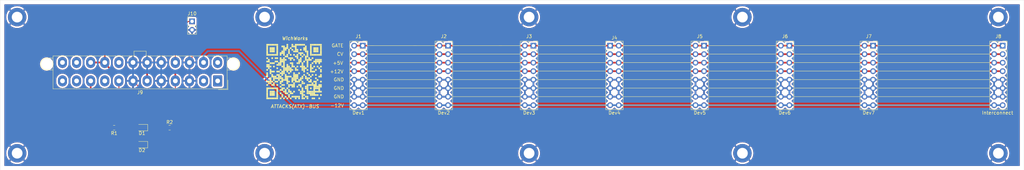
<source format=kicad_pcb>
(kicad_pcb (version 20171130) (host pcbnew 5.1.5+dfsg1-2build2)
  (layers (0 F.Cu signal) (31 B.Cu signal) (34 B.Paste user hide) (35 F.Paste user) (36 B.SilkS user) (37 F.SilkS user) (38 B.Mask user) (39 F.Mask user) (44 Edge.Cuts user))
  (net 0 "")
  (net 1 GND)
  (net 2 "Net-(D1-Pad2)")
  (net 3 +5V)
  (net 4 "Net-(D2-Pad1)")
  (net 5 "Net-(J1-Pad1)")
  (net 6 "Net-(J1-Pad3)")
  (net 7 +12V)
  (net 8 -12V)
  (net 9 "Net-(J9-Pad1)")
  (net 10 "Net-(J9-Pad2)")
  (net 11 "Net-(J9-Pad8)")
  (net 12 "Net-(J9-Pad9)")
  (net 13 "Net-(J9-Pad11)")
  (net 14 "Net-(J9-Pad12)")
  (net 15 "Net-(J9-Pad13)")
  (net 16 "Net-(J10-Pad1)")
  (net 17 "Net-(J9-Pad20)")
  (net 18 "Net-(J9-Pad23)")
  (net 19 "Net-(J9-Pad24)")
  (module eurorackBus:QRcode (layer F.Cu) (at 97.917 92.71)
    (fp_text reference QR***** hide)
    (fp_text value QRcode hide)
  )
  (module MountingHole:MountingHole_3.2mm_M3_ISO14580_Pad (layer F.Cu) (at 167.64 116.84)
    (fp_text reference " " (at 0 -3.75) (layer F.SilkS))
    (fp_text value " ")
    (pad 1 thru_hole circle (at 0 0) (size 5.499999 5.499999) (drill 3.200001) (layers *.Cu *.Mask) (net 1 GND))
  )
  (module MountingHole:MountingHole_3.2mm_M3_ISO14580_Pad (layer F.Cu) (at 167.64 76.2)
    (fp_text reference " " (at 0 -3.75) (layer F.SilkS))
    (fp_text value " ")
    (pad 1 thru_hole circle (at 0 0) (size 5.499999 5.499999) (drill 3.200001) (layers *.Cu *.Mask) (net 1 GND))
  )
  (module MountingHole:MountingHole_3.2mm_M3_ISO14580_Pad (layer F.Cu) (at 231.14 76.2)
    (fp_text reference " " (at 0 -3.75) (layer F.SilkS))
    (fp_text value " ")
    (pad 1 thru_hole circle (at 0 0) (size 5.499999 5.499999) (drill 3.200001) (layers *.Cu *.Mask) (net 1 GND))
  )
  (module MountingHole:MountingHole_3.2mm_M3_ISO14580_Pad (layer F.Cu) (at 231.14 116.84)
    (fp_text reference " " (at 0 -3.75) (layer F.SilkS))
    (fp_text value " ")
    (pad 1 thru_hole circle (at 0 0) (size 5.499999 5.499999) (drill 3.200001) (layers *.Cu *.Mask) (net 1 GND))
  )
  (module MountingHole:MountingHole_3.2mm_M3_ISO14580_Pad (layer F.Cu) (at 307.34 76.2)
    (fp_text reference " " (at 0 -3.75) (layer F.SilkS))
    (fp_text value " ")
    (pad 1 thru_hole circle (at 0 0) (size 5.499999 5.499999) (drill 3.200001) (layers *.Cu *.Mask) (net 1 GND))
  )
  (module MountingHole:MountingHole_3.2mm_M3_ISO14580_Pad (layer F.Cu) (at 307.34 116.84)
    (fp_text reference " " (at 0 -3.75) (layer F.SilkS))
    (fp_text value " ")
    (pad 1 thru_hole circle (at 0 0) (size 5.499999 5.499999) (drill 3.200001) (layers *.Cu *.Mask) (net 1 GND))
  )
  (module MountingHole:MountingHole_3.2mm_M3_ISO14580_Pad (layer F.Cu) (at 88.9 76.2)
    (fp_text reference " " (at 0 -3.75) (layer F.SilkS))
    (fp_text value " ")
    (pad 1 thru_hole circle (at 0 0) (size 5.499999 5.499999) (drill 3.200001) (layers *.Cu *.Mask) (net 1 GND))
  )
  (module MountingHole:MountingHole_3.2mm_M3_ISO14580_Pad (layer F.Cu) (at 88.9 116.84)
    (fp_text reference " " (at 0 -3.75) (layer F.SilkS))
    (fp_text value " ")
    (pad 1 thru_hole circle (at 0 0) (size 5.499999 5.499999) (drill 3.200001) (layers *.Cu *.Mask) (net 1 GND))
  )
  (module MountingHole:MountingHole_3.2mm_M3_ISO14580_Pad (layer F.Cu) (at 15.24 116.84)
    (fp_text reference " " (at 0 -3.75) (layer F.SilkS))
    (fp_text value " ")
    (pad 1 thru_hole circle (at 0 0) (size 5.499999 5.499999) (drill 3.200001) (layers *.Cu *.Mask) (net 1 GND))
  )
  (module MountingHole:MountingHole_3.2mm_M3_ISO14580_Pad (layer F.Cu) (at 15.24 76.2)
    (fp_text reference " " (at 0 -3.75) (layer F.SilkS))
    (fp_text value " ")
    (pad 1 thru_hole circle (at 0 0) (size 5.499999 5.499999) (drill 3.200001) (layers *.Cu *.Mask) (net 1 GND))
  )
  (module Connector_PinHeader_2.54mm:PinHeader_1x02_P2.54mm_Vertical (layer F.Cu) (at 67.31 77.47)
    (fp_text reference J10 (at 0 -2.33) (layer F.SilkS))
    (fp_text value PowerSwitch)
    (pad 1 thru_hole rect (at 0 0) (size 1.7 1.7) (drill 1) (layers *.Cu *.Mask) (net 16 "Net-(J10-Pad1)"))
    (pad 2 thru_hole oval (at 0 2.54) (size 1.7 1.7) (drill 1) (layers *.Cu *.Mask) (net 1 GND))
  )
  (module LED_SMD:LED_0805_2012Metric (layer F.Cu) (at 52.4025 109.22 180)
    (fp_text reference D1 (at 0 -1.65) (layer F.SilkS))
    (fp_text value PowerGood_LED)
    (pad 1 smd roundrect (at -0.9375 0 180) (size 0.975 1.4) (layers F.Cu F.Paste F.Mask) (net 1 GND))
    (pad 2 smd roundrect (at 0.9375 0 180) (size 0.975 1.4) (layers F.Cu F.Paste F.Mask) (net 2 "Net-(D1-Pad2)"))
  )
  (module LED_SMD:LED_0805_2012Metric (layer F.Cu) (at 52.4025 114.3 180)
    (fp_text reference D2 (at 0 -1.65) (layer F.SilkS))
    (fp_text value PowerON_LED)
    (pad 2 smd roundrect (at 0.9375 0 180) (size 0.975 1.4) (layers F.Cu F.Paste F.Mask) (net 3 +5V))
    (pad 1 smd roundrect (at -0.9375 0 180) (size 0.975 1.4) (layers F.Cu F.Paste F.Mask) (net 4 "Net-(D2-Pad1)"))
  )
  (module Connector_PinSocket_2.54mm:PinSocket_2x08_P2.54mm_Vertical (layer F.Cu) (at 118.11 84.725001)
    (fp_text reference J1 (at -1.27 -2.77) (layer F.SilkS))
    (fp_text value Device_1)
    (pad 1 thru_hole rect (at 0 0) (size 1.7 1.7) (drill 1) (layers *.Cu *.Mask) (net 5 "Net-(J1-Pad1)"))
    (pad 2 thru_hole oval (at -2.54 0) (size 1.7 1.7) (drill 1) (layers *.Cu *.Mask) (net 5 "Net-(J1-Pad1)"))
    (pad 3 thru_hole oval (at 0 2.54) (size 1.7 1.7) (drill 1) (layers *.Cu *.Mask) (net 6 "Net-(J1-Pad3)"))
    (pad 4 thru_hole oval (at -2.54 2.54) (size 1.7 1.7) (drill 1) (layers *.Cu *.Mask) (net 6 "Net-(J1-Pad3)"))
    (pad 5 thru_hole oval (at 0 5.08) (size 1.7 1.7) (drill 1) (layers *.Cu *.Mask) (net 3 +5V))
    (pad 6 thru_hole oval (at -2.54 5.08) (size 1.7 1.7) (drill 1) (layers *.Cu *.Mask) (net 3 +5V))
    (pad 7 thru_hole oval (at 0 7.62) (size 1.7 1.7) (drill 1) (layers *.Cu *.Mask) (net 7 +12V))
    (pad 8 thru_hole oval (at -2.54 7.62) (size 1.7 1.7) (drill 1) (layers *.Cu *.Mask) (net 7 +12V))
    (pad 9 thru_hole oval (at 0 10.16) (size 1.7 1.7) (drill 1) (layers *.Cu *.Mask) (net 1 GND))
    (pad 10 thru_hole oval (at -2.54 10.16) (size 1.7 1.7) (drill 1) (layers *.Cu *.Mask) (net 1 GND))
    (pad 11 thru_hole oval (at 0 12.7) (size 1.7 1.7) (drill 1) (layers *.Cu *.Mask) (net 1 GND))
    (pad 12 thru_hole oval (at -2.54 12.7) (size 1.7 1.7) (drill 1) (layers *.Cu *.Mask) (net 1 GND))
    (pad 13 thru_hole oval (at 0 15.24) (size 1.7 1.7) (drill 1) (layers *.Cu *.Mask) (net 1 GND))
    (pad 14 thru_hole oval (at -2.54 15.24) (size 1.7 1.7) (drill 1) (layers *.Cu *.Mask) (net 1 GND))
    (pad 15 thru_hole oval (at 0 17.78) (size 1.7 1.7) (drill 1) (layers *.Cu *.Mask) (net 8 -12V))
    (pad 16 thru_hole oval (at -2.54 17.78) (size 1.7 1.7) (drill 1) (layers *.Cu *.Mask) (net 8 -12V))
  )
  (module Connector_PinSocket_2.54mm:PinSocket_2x08_P2.54mm_Vertical (layer F.Cu) (at 143.51 84.725001)
    (fp_text reference J2 (at -1.27 -2.77) (layer F.SilkS))
    (fp_text value Device_2)
    (pad 16 thru_hole oval (at -2.54 17.78) (size 1.7 1.7) (drill 1) (layers *.Cu *.Mask) (net 8 -12V))
    (pad 15 thru_hole oval (at 0 17.78) (size 1.7 1.7) (drill 1) (layers *.Cu *.Mask) (net 8 -12V))
    (pad 14 thru_hole oval (at -2.54 15.24) (size 1.7 1.7) (drill 1) (layers *.Cu *.Mask) (net 1 GND))
    (pad 13 thru_hole oval (at 0 15.24) (size 1.7 1.7) (drill 1) (layers *.Cu *.Mask) (net 1 GND))
    (pad 12 thru_hole oval (at -2.54 12.7) (size 1.7 1.7) (drill 1) (layers *.Cu *.Mask) (net 1 GND))
    (pad 11 thru_hole oval (at 0 12.7) (size 1.7 1.7) (drill 1) (layers *.Cu *.Mask) (net 1 GND))
    (pad 10 thru_hole oval (at -2.54 10.16) (size 1.7 1.7) (drill 1) (layers *.Cu *.Mask) (net 1 GND))
    (pad 9 thru_hole oval (at 0 10.16) (size 1.7 1.7) (drill 1) (layers *.Cu *.Mask) (net 1 GND))
    (pad 8 thru_hole oval (at -2.54 7.62) (size 1.7 1.7) (drill 1) (layers *.Cu *.Mask) (net 7 +12V))
    (pad 7 thru_hole oval (at 0 7.62) (size 1.7 1.7) (drill 1) (layers *.Cu *.Mask) (net 7 +12V))
    (pad 6 thru_hole oval (at -2.54 5.08) (size 1.7 1.7) (drill 1) (layers *.Cu *.Mask) (net 3 +5V))
    (pad 5 thru_hole oval (at 0 5.08) (size 1.7 1.7) (drill 1) (layers *.Cu *.Mask) (net 3 +5V))
    (pad 4 thru_hole oval (at -2.54 2.54) (size 1.7 1.7) (drill 1) (layers *.Cu *.Mask) (net 6 "Net-(J1-Pad3)"))
    (pad 3 thru_hole oval (at 0 2.54) (size 1.7 1.7) (drill 1) (layers *.Cu *.Mask) (net 6 "Net-(J1-Pad3)"))
    (pad 2 thru_hole oval (at -2.54 0) (size 1.7 1.7) (drill 1) (layers *.Cu *.Mask) (net 5 "Net-(J1-Pad1)"))
    (pad 1 thru_hole rect (at 0 0) (size 1.7 1.7) (drill 1) (layers *.Cu *.Mask) (net 5 "Net-(J1-Pad1)"))
  )
  (module Connector_PinSocket_2.54mm:PinSocket_2x08_P2.54mm_Vertical (layer F.Cu) (at 168.91 84.725001)
    (fp_text reference J3 (at -1.27 -2.77) (layer F.SilkS))
    (fp_text value Device_3)
    (pad 1 thru_hole rect (at 0 0) (size 1.7 1.7) (drill 1) (layers *.Cu *.Mask) (net 5 "Net-(J1-Pad1)"))
    (pad 2 thru_hole oval (at -2.54 0) (size 1.7 1.7) (drill 1) (layers *.Cu *.Mask) (net 5 "Net-(J1-Pad1)"))
    (pad 3 thru_hole oval (at 0 2.54) (size 1.7 1.7) (drill 1) (layers *.Cu *.Mask) (net 6 "Net-(J1-Pad3)"))
    (pad 4 thru_hole oval (at -2.54 2.54) (size 1.7 1.7) (drill 1) (layers *.Cu *.Mask) (net 6 "Net-(J1-Pad3)"))
    (pad 5 thru_hole oval (at 0 5.08) (size 1.7 1.7) (drill 1) (layers *.Cu *.Mask) (net 3 +5V))
    (pad 6 thru_hole oval (at -2.54 5.08) (size 1.7 1.7) (drill 1) (layers *.Cu *.Mask) (net 3 +5V))
    (pad 7 thru_hole oval (at 0 7.62) (size 1.7 1.7) (drill 1) (layers *.Cu *.Mask) (net 7 +12V))
    (pad 8 thru_hole oval (at -2.54 7.62) (size 1.7 1.7) (drill 1) (layers *.Cu *.Mask) (net 7 +12V))
    (pad 9 thru_hole oval (at 0 10.16) (size 1.7 1.7) (drill 1) (layers *.Cu *.Mask) (net 1 GND))
    (pad 10 thru_hole oval (at -2.54 10.16) (size 1.7 1.7) (drill 1) (layers *.Cu *.Mask) (net 1 GND))
    (pad 11 thru_hole oval (at 0 12.7) (size 1.7 1.7) (drill 1) (layers *.Cu *.Mask) (net 1 GND))
    (pad 12 thru_hole oval (at -2.54 12.7) (size 1.7 1.7) (drill 1) (layers *.Cu *.Mask) (net 1 GND))
    (pad 13 thru_hole oval (at 0 15.24) (size 1.7 1.7) (drill 1) (layers *.Cu *.Mask) (net 1 GND))
    (pad 14 thru_hole oval (at -2.54 15.24) (size 1.7 1.7) (drill 1) (layers *.Cu *.Mask) (net 1 GND))
    (pad 15 thru_hole oval (at 0 17.78) (size 1.7 1.7) (drill 1) (layers *.Cu *.Mask) (net 8 -12V))
    (pad 16 thru_hole oval (at -2.54 17.78) (size 1.7 1.7) (drill 1) (layers *.Cu *.Mask) (net 8 -12V))
  )
  (module Connector_PinHeader_2.54mm:PinHeader_2x08_P2.54mm_Vertical (layer F.Cu) (at 191.77 84.725001)
    (fp_text reference J4 (at 1.27 -2.33) (layer F.SilkS))
    (fp_text value Device_4)
    (pad 1 thru_hole rect (at 0 0) (size 1.7 1.7) (drill 1) (layers *.Cu *.Mask) (net 5 "Net-(J1-Pad1)"))
    (pad 2 thru_hole oval (at 2.54 0) (size 1.7 1.7) (drill 1) (layers *.Cu *.Mask) (net 5 "Net-(J1-Pad1)"))
    (pad 3 thru_hole oval (at 0 2.54) (size 1.7 1.7) (drill 1) (layers *.Cu *.Mask) (net 6 "Net-(J1-Pad3)"))
    (pad 4 thru_hole oval (at 2.54 2.54) (size 1.7 1.7) (drill 1) (layers *.Cu *.Mask) (net 6 "Net-(J1-Pad3)"))
    (pad 5 thru_hole oval (at 0 5.08) (size 1.7 1.7) (drill 1) (layers *.Cu *.Mask) (net 3 +5V))
    (pad 6 thru_hole oval (at 2.54 5.08) (size 1.7 1.7) (drill 1) (layers *.Cu *.Mask) (net 3 +5V))
    (pad 7 thru_hole oval (at 0 7.62) (size 1.7 1.7) (drill 1) (layers *.Cu *.Mask) (net 7 +12V))
    (pad 8 thru_hole oval (at 2.54 7.62) (size 1.7 1.7) (drill 1) (layers *.Cu *.Mask) (net 7 +12V))
    (pad 9 thru_hole oval (at 0 10.16) (size 1.7 1.7) (drill 1) (layers *.Cu *.Mask) (net 1 GND))
    (pad 10 thru_hole oval (at 2.54 10.16) (size 1.7 1.7) (drill 1) (layers *.Cu *.Mask) (net 1 GND))
    (pad 11 thru_hole oval (at 0 12.7) (size 1.7 1.7) (drill 1) (layers *.Cu *.Mask) (net 1 GND))
    (pad 12 thru_hole oval (at 2.54 12.7) (size 1.7 1.7) (drill 1) (layers *.Cu *.Mask) (net 1 GND))
    (pad 13 thru_hole oval (at 0 15.24) (size 1.7 1.7) (drill 1) (layers *.Cu *.Mask) (net 1 GND))
    (pad 14 thru_hole oval (at 2.54 15.24) (size 1.7 1.7) (drill 1) (layers *.Cu *.Mask) (net 1 GND))
    (pad 15 thru_hole oval (at 0 17.78) (size 1.7 1.7) (drill 1) (layers *.Cu *.Mask) (net 8 -12V))
    (pad 16 thru_hole oval (at 2.54 17.78) (size 1.7 1.7) (drill 1) (layers *.Cu *.Mask) (net 8 -12V))
  )
  (module Connector_PinSocket_2.54mm:PinSocket_2x08_P2.54mm_Vertical (layer F.Cu) (at 219.71 84.725001)
    (fp_text reference J5 (at -1.27 -2.77) (layer F.SilkS))
    (fp_text value Device_5)
    (pad 16 thru_hole oval (at -2.54 17.78) (size 1.7 1.7) (drill 1) (layers *.Cu *.Mask) (net 8 -12V))
    (pad 15 thru_hole oval (at 0 17.78) (size 1.7 1.7) (drill 1) (layers *.Cu *.Mask) (net 8 -12V))
    (pad 14 thru_hole oval (at -2.54 15.24) (size 1.7 1.7) (drill 1) (layers *.Cu *.Mask) (net 1 GND))
    (pad 13 thru_hole oval (at 0 15.24) (size 1.7 1.7) (drill 1) (layers *.Cu *.Mask) (net 1 GND))
    (pad 12 thru_hole oval (at -2.54 12.7) (size 1.7 1.7) (drill 1) (layers *.Cu *.Mask) (net 1 GND))
    (pad 11 thru_hole oval (at 0 12.7) (size 1.7 1.7) (drill 1) (layers *.Cu *.Mask) (net 1 GND))
    (pad 10 thru_hole oval (at -2.54 10.16) (size 1.7 1.7) (drill 1) (layers *.Cu *.Mask) (net 1 GND))
    (pad 9 thru_hole oval (at 0 10.16) (size 1.7 1.7) (drill 1) (layers *.Cu *.Mask) (net 1 GND))
    (pad 8 thru_hole oval (at -2.54 7.62) (size 1.7 1.7) (drill 1) (layers *.Cu *.Mask) (net 7 +12V))
    (pad 7 thru_hole oval (at 0 7.62) (size 1.7 1.7) (drill 1) (layers *.Cu *.Mask) (net 7 +12V))
    (pad 6 thru_hole oval (at -2.54 5.08) (size 1.7 1.7) (drill 1) (layers *.Cu *.Mask) (net 3 +5V))
    (pad 5 thru_hole oval (at 0 5.08) (size 1.7 1.7) (drill 1) (layers *.Cu *.Mask) (net 3 +5V))
    (pad 4 thru_hole oval (at -2.54 2.54) (size 1.7 1.7) (drill 1) (layers *.Cu *.Mask) (net 6 "Net-(J1-Pad3)"))
    (pad 3 thru_hole oval (at 0 2.54) (size 1.7 1.7) (drill 1) (layers *.Cu *.Mask) (net 6 "Net-(J1-Pad3)"))
    (pad 2 thru_hole oval (at -2.54 0) (size 1.7 1.7) (drill 1) (layers *.Cu *.Mask) (net 5 "Net-(J1-Pad1)"))
    (pad 1 thru_hole rect (at 0 0) (size 1.7 1.7) (drill 1) (layers *.Cu *.Mask) (net 5 "Net-(J1-Pad1)"))
  )
  (module Connector_PinSocket_2.54mm:PinSocket_2x08_P2.54mm_Vertical (layer F.Cu) (at 245.11 84.725001)
    (fp_text reference J6 (at -1.27 -2.77) (layer F.SilkS))
    (fp_text value Device_6)
    (pad 1 thru_hole rect (at 0 0) (size 1.7 1.7) (drill 1) (layers *.Cu *.Mask) (net 5 "Net-(J1-Pad1)"))
    (pad 2 thru_hole oval (at -2.54 0) (size 1.7 1.7) (drill 1) (layers *.Cu *.Mask) (net 5 "Net-(J1-Pad1)"))
    (pad 3 thru_hole oval (at 0 2.54) (size 1.7 1.7) (drill 1) (layers *.Cu *.Mask) (net 6 "Net-(J1-Pad3)"))
    (pad 4 thru_hole oval (at -2.54 2.54) (size 1.7 1.7) (drill 1) (layers *.Cu *.Mask) (net 6 "Net-(J1-Pad3)"))
    (pad 5 thru_hole oval (at 0 5.08) (size 1.7 1.7) (drill 1) (layers *.Cu *.Mask) (net 3 +5V))
    (pad 6 thru_hole oval (at -2.54 5.08) (size 1.7 1.7) (drill 1) (layers *.Cu *.Mask) (net 3 +5V))
    (pad 7 thru_hole oval (at 0 7.62) (size 1.7 1.7) (drill 1) (layers *.Cu *.Mask) (net 7 +12V))
    (pad 8 thru_hole oval (at -2.54 7.62) (size 1.7 1.7) (drill 1) (layers *.Cu *.Mask) (net 7 +12V))
    (pad 9 thru_hole oval (at 0 10.16) (size 1.7 1.7) (drill 1) (layers *.Cu *.Mask) (net 1 GND))
    (pad 10 thru_hole oval (at -2.54 10.16) (size 1.7 1.7) (drill 1) (layers *.Cu *.Mask) (net 1 GND))
    (pad 11 thru_hole oval (at 0 12.7) (size 1.7 1.7) (drill 1) (layers *.Cu *.Mask) (net 1 GND))
    (pad 12 thru_hole oval (at -2.54 12.7) (size 1.7 1.7) (drill 1) (layers *.Cu *.Mask) (net 1 GND))
    (pad 13 thru_hole oval (at 0 15.24) (size 1.7 1.7) (drill 1) (layers *.Cu *.Mask) (net 1 GND))
    (pad 14 thru_hole oval (at -2.54 15.24) (size 1.7 1.7) (drill 1) (layers *.Cu *.Mask) (net 1 GND))
    (pad 15 thru_hole oval (at 0 17.78) (size 1.7 1.7) (drill 1) (layers *.Cu *.Mask) (net 8 -12V))
    (pad 16 thru_hole oval (at -2.54 17.78) (size 1.7 1.7) (drill 1) (layers *.Cu *.Mask) (net 8 -12V))
  )
  (module Connector_PinSocket_2.54mm:PinSocket_2x08_P2.54mm_Vertical (layer F.Cu) (at 270.035001 84.725001)
    (fp_text reference J7 (at -1.27 -2.77) (layer F.SilkS))
    (fp_text value Device_7)
    (pad 16 thru_hole oval (at -2.54 17.78) (size 1.7 1.7) (drill 1) (layers *.Cu *.Mask) (net 8 -12V))
    (pad 15 thru_hole oval (at 0 17.78) (size 1.7 1.7) (drill 1) (layers *.Cu *.Mask) (net 8 -12V))
    (pad 14 thru_hole oval (at -2.54 15.24) (size 1.7 1.7) (drill 1) (layers *.Cu *.Mask) (net 1 GND))
    (pad 13 thru_hole oval (at 0 15.24) (size 1.7 1.7) (drill 1) (layers *.Cu *.Mask) (net 1 GND))
    (pad 12 thru_hole oval (at -2.54 12.7) (size 1.7 1.7) (drill 1) (layers *.Cu *.Mask) (net 1 GND))
    (pad 11 thru_hole oval (at 0 12.7) (size 1.7 1.7) (drill 1) (layers *.Cu *.Mask) (net 1 GND))
    (pad 10 thru_hole oval (at -2.54 10.16) (size 1.7 1.7) (drill 1) (layers *.Cu *.Mask) (net 1 GND))
    (pad 9 thru_hole oval (at 0 10.16) (size 1.7 1.7) (drill 1) (layers *.Cu *.Mask) (net 1 GND))
    (pad 8 thru_hole oval (at -2.54 7.62) (size 1.7 1.7) (drill 1) (layers *.Cu *.Mask) (net 7 +12V))
    (pad 7 thru_hole oval (at 0 7.62) (size 1.7 1.7) (drill 1) (layers *.Cu *.Mask) (net 7 +12V))
    (pad 6 thru_hole oval (at -2.54 5.08) (size 1.7 1.7) (drill 1) (layers *.Cu *.Mask) (net 3 +5V))
    (pad 5 thru_hole oval (at 0 5.08) (size 1.7 1.7) (drill 1) (layers *.Cu *.Mask) (net 3 +5V))
    (pad 4 thru_hole oval (at -2.54 2.54) (size 1.7 1.7) (drill 1) (layers *.Cu *.Mask) (net 6 "Net-(J1-Pad3)"))
    (pad 3 thru_hole oval (at 0 2.54) (size 1.7 1.7) (drill 1) (layers *.Cu *.Mask) (net 6 "Net-(J1-Pad3)"))
    (pad 2 thru_hole oval (at -2.54 0) (size 1.7 1.7) (drill 1) (layers *.Cu *.Mask) (net 5 "Net-(J1-Pad1)"))
    (pad 1 thru_hole rect (at 0 0) (size 1.7 1.7) (drill 1) (layers *.Cu *.Mask) (net 5 "Net-(J1-Pad1)"))
  )
  (module Connector_PinSocket_2.54mm:PinSocket_2x08_P2.54mm_Vertical (layer F.Cu) (at 308.61 84.725001)
    (fp_text reference J8 (at -1.27 -2.77) (layer F.SilkS))
    (fp_text value InterBoard_Connect)
    (pad 1 thru_hole rect (at 0 0) (size 1.7 1.7) (drill 1) (layers *.Cu *.Mask) (net 5 "Net-(J1-Pad1)"))
    (pad 2 thru_hole oval (at -2.54 0) (size 1.7 1.7) (drill 1) (layers *.Cu *.Mask) (net 5 "Net-(J1-Pad1)"))
    (pad 3 thru_hole oval (at 0 2.54) (size 1.7 1.7) (drill 1) (layers *.Cu *.Mask) (net 6 "Net-(J1-Pad3)"))
    (pad 4 thru_hole oval (at -2.54 2.54) (size 1.7 1.7) (drill 1) (layers *.Cu *.Mask) (net 6 "Net-(J1-Pad3)"))
    (pad 5 thru_hole oval (at 0 5.08) (size 1.7 1.7) (drill 1) (layers *.Cu *.Mask) (net 3 +5V))
    (pad 6 thru_hole oval (at -2.54 5.08) (size 1.7 1.7) (drill 1) (layers *.Cu *.Mask) (net 3 +5V))
    (pad 7 thru_hole oval (at 0 7.62) (size 1.7 1.7) (drill 1) (layers *.Cu *.Mask) (net 7 +12V))
    (pad 8 thru_hole oval (at -2.54 7.62) (size 1.7 1.7) (drill 1) (layers *.Cu *.Mask) (net 7 +12V))
    (pad 9 thru_hole oval (at 0 10.16) (size 1.7 1.7) (drill 1) (layers *.Cu *.Mask) (net 1 GND))
    (pad 10 thru_hole oval (at -2.54 10.16) (size 1.7 1.7) (drill 1) (layers *.Cu *.Mask) (net 1 GND))
    (pad 11 thru_hole oval (at 0 12.7) (size 1.7 1.7) (drill 1) (layers *.Cu *.Mask) (net 1 GND))
    (pad 12 thru_hole oval (at -2.54 12.7) (size 1.7 1.7) (drill 1) (layers *.Cu *.Mask) (net 1 GND))
    (pad 13 thru_hole oval (at 0 15.24) (size 1.7 1.7) (drill 1) (layers *.Cu *.Mask) (net 1 GND))
    (pad 14 thru_hole oval (at -2.54 15.24) (size 1.7 1.7) (drill 1) (layers *.Cu *.Mask) (net 1 GND))
    (pad 15 thru_hole oval (at 0 17.78) (size 1.7 1.7) (drill 1) (layers *.Cu *.Mask) (net 8 -12V))
    (pad 16 thru_hole oval (at -2.54 17.78) (size 1.7 1.7) (drill 1) (layers *.Cu *.Mask) (net 8 -12V))
  )
  (module Connector_Molex:Molex_Mini-Fit_Jr_5566-24A2_2x12_P4.20mm_Vertical (layer F.Cu) (at 74.93 95.25 180)
    (fp_text reference J9 (at 23.1 -3.45) (layer F.SilkS))
    (fp_text value "PSU Conn")
    (pad 1 thru_hole roundrect (at 0 0 180) (size 2.7 3.3) (drill 1.4) (layers *.Cu *.Mask) (roundrect_rratio 0.09259299999999999) (net 9 "Net-(J9-Pad1)"))
    (pad 2 thru_hole oval (at 4.2 0 180) (size 2.7 3.3) (drill 1.4) (layers *.Cu *.Mask) (net 10 "Net-(J9-Pad2)"))
    (pad 3 thru_hole oval (at 8.4 0 180) (size 2.7 3.3) (drill 1.4) (layers *.Cu *.Mask) (net 1 GND))
    (pad 4 thru_hole oval (at 12.6 0 180) (size 2.7 3.3) (drill 1.4) (layers *.Cu *.Mask) (net 3 +5V))
    (pad 5 thru_hole oval (at 16.8 0 180) (size 2.7 3.3) (drill 1.4) (layers *.Cu *.Mask) (net 1 GND))
    (pad 6 thru_hole oval (at 21 0 180) (size 2.7 3.3) (drill 1.4) (layers *.Cu *.Mask) (net 3 +5V))
    (pad 7 thru_hole oval (at 25.2 0 180) (size 2.7 3.3) (drill 1.4) (layers *.Cu *.Mask) (net 1 GND))
    (pad 8 thru_hole oval (at 29.4 0 180) (size 2.7 3.3) (drill 1.4) (layers *.Cu *.Mask) (net 11 "Net-(J9-Pad8)"))
    (pad 9 thru_hole oval (at 33.6 0 180) (size 2.7 3.3) (drill 1.4) (layers *.Cu *.Mask) (net 12 "Net-(J9-Pad9)"))
    (pad 10 thru_hole oval (at 37.8 0 180) (size 2.7 3.3) (drill 1.4) (layers *.Cu *.Mask) (net 7 +12V))
    (pad 11 thru_hole oval (at 42 0 180) (size 2.7 3.3) (drill 1.4) (layers *.Cu *.Mask) (net 13 "Net-(J9-Pad11)"))
    (pad 12 thru_hole oval (at 46.2 0 180) (size 2.7 3.3) (drill 1.4) (layers *.Cu *.Mask) (net 14 "Net-(J9-Pad12)"))
    (pad 13 thru_hole oval (at 0 5.5 180) (size 2.7 3.3) (drill 1.4) (layers *.Cu *.Mask) (net 15 "Net-(J9-Pad13)"))
    (pad 14 thru_hole oval (at 4.2 5.5 180) (size 2.7 3.3) (drill 1.4) (layers *.Cu *.Mask) (net 8 -12V))
    (pad 15 thru_hole oval (at 8.4 5.5 180) (size 2.7 3.3) (drill 1.4) (layers *.Cu *.Mask) (net 1 GND))
    (pad 16 thru_hole oval (at 12.6 5.5 180) (size 2.7 3.3) (drill 1.4) (layers *.Cu *.Mask) (net 16 "Net-(J10-Pad1)"))
    (pad 17 thru_hole oval (at 16.8 5.5 180) (size 2.7 3.3) (drill 1.4) (layers *.Cu *.Mask) (net 1 GND))
    (pad 18 thru_hole oval (at 21 5.5 180) (size 2.7 3.3) (drill 1.4) (layers *.Cu *.Mask) (net 1 GND))
    (pad 19 thru_hole oval (at 25.2 5.5 180) (size 2.7 3.3) (drill 1.4) (layers *.Cu *.Mask) (net 1 GND))
    (pad 20 thru_hole oval (at 29.4 5.5 180) (size 2.7 3.3) (drill 1.4) (layers *.Cu *.Mask) (net 17 "Net-(J9-Pad20)"))
    (pad 21 thru_hole oval (at 33.6 5.5 180) (size 2.7 3.3) (drill 1.4) (layers *.Cu *.Mask) (net 3 +5V))
    (pad 22 thru_hole oval (at 37.8 5.5 180) (size 2.7 3.3) (drill 1.4) (layers *.Cu *.Mask) (net 3 +5V))
    (pad 23 thru_hole oval (at 42 5.5 180) (size 2.7 3.3) (drill 1.4) (layers *.Cu *.Mask) (net 18 "Net-(J9-Pad23)"))
    (pad 24 thru_hole oval (at 46.2 5.5 180) (size 2.7 3.3) (drill 1.4) (layers *.Cu *.Mask) (net 19 "Net-(J9-Pad24)"))
    (pad "" np_thru_hole circle (at -4.7 5.04 180) (size 3 3) (drill 3) (layers *.Cu *.Mask))
    (pad "" np_thru_hole circle (at 50.9 5.04 180) (size 3 3) (drill 3) (layers *.Cu *.Mask))
  )
  (module Resistor_SMD:R_0805_2012Metric (layer F.Cu) (at 44.1175 109.22 180)
    (fp_text reference R1 (at 0 -1.65) (layer F.SilkS))
    (fp_text value 200)
    (pad 2 smd roundrect (at 0.9375 0 180) (size 0.975 1.4) (layers F.Cu F.Paste F.Mask) (net 11 "Net-(J9-Pad8)"))
    (pad 1 smd roundrect (at -0.9375 0 180) (size 0.975 1.4) (layers F.Cu F.Paste F.Mask) (net 2 "Net-(D1-Pad2)"))
  )
  (module Resistor_SMD:R_0805_2012Metric (layer F.Cu) (at 60.6275 109.22)
    (fp_text reference R2 (at 0 -1.65) (layer F.SilkS))
    (fp_text value 200)
    (pad 1 smd roundrect (at -0.9375 0) (size 0.975 1.4) (layers F.Cu F.Paste F.Mask) (net 1 GND))
    (pad 2 smd roundrect (at 0.9375 0) (size 0.975 1.4) (layers F.Cu F.Paste F.Mask) (net 4 "Net-(D2-Pad1)"))
  )
  (gr_text Dev1 (at 116.84 104.775) (layer F.SilkS) (effects (font (size 1 1))))
  (gr_text Dev2 (at 142.24 104.775) (layer F.SilkS) (effects (font (size 1 1))))
  (gr_text Dev3 (at 167.64 104.775) (layer F.SilkS) (effects (font (size 1 1))))
  (gr_text Dev4 (at 193.04 104.775) (layer F.SilkS) (effects (font (size 1 1))))
  (gr_text Dev5 (at 218.44 104.775) (layer F.SilkS) (effects (font (size 1 1))))
  (gr_text Dev6 (at 243.713 104.775) (layer F.SilkS) (effects (font (size 1 1))))
  (gr_text Dev7 (at 268.732 104.775) (layer F.SilkS) (effects (font (size 1 1))))
  (gr_text Interconnect (at 307.086 104.775) (layer F.SilkS) (effects (font (size 1 1))))
  (gr_line (start 144.907 102.489) (end 164.973 102.489) (layer F.SilkS) (width 0.12))
  (gr_line (start 190.373 99.949) (end 170.307 99.949) (layer F.SilkS) (width 0.12))
  (gr_line (start 170.307 102.489) (end 190.373 102.489) (layer F.SilkS) (width 0.12))
  (gr_line (start 195.707 102.489) (end 215.773 102.489) (layer F.SilkS) (width 0.12))
  (gr_line (start 215.773 99.949) (end 195.707 99.949) (layer F.SilkS) (width 0.12))
  (gr_line (start 195.707 97.409) (end 215.773 97.409) (layer F.SilkS) (width 0.12))
  (gr_line (start 241.173 102.489) (end 221.107 102.489) (layer F.SilkS) (width 0.12))
  (gr_line (start 221.107 99.949) (end 241.173 99.949) (layer F.SilkS) (width 0.12))
  (gr_line (start 241.173 97.409) (end 221.107 97.409) (layer F.SilkS) (width 0.12))
  (gr_line (start 221.107 94.869) (end 241.173 94.869) (layer F.SilkS) (width 0.12))
  (gr_line (start 241.173 92.329) (end 221.107 92.329) (layer F.SilkS) (width 0.12))
  (gr_line (start 221.107 89.789) (end 241.3 89.789) (layer F.SilkS) (width 0.12))
  (gr_line (start 241.173 87.249) (end 221.107 87.249) (layer F.SilkS) (width 0.12))
  (gr_line (start 221.107 84.709) (end 241.173 84.709) (layer F.SilkS) (width 0.12))
  (gr_line (start 266.065 84.709) (end 246.38 84.709) (layer F.SilkS) (width 0.12))
  (gr_line (start 246.507 87.249) (end 266.192 87.249) (layer F.SilkS) (width 0.12))
  (gr_line (start 266.192 89.789) (end 246.507 89.789) (layer F.SilkS) (width 0.12))
  (gr_line (start 246.507 92.329) (end 266.192 92.329) (layer F.SilkS) (width 0.12))
  (gr_line (start 266.065 94.869) (end 246.507 94.869) (layer F.SilkS) (width 0.12))
  (gr_line (start 246.507 97.409) (end 266.065 97.409) (layer F.SilkS) (width 0.12))
  (gr_line (start 266.192 99.949) (end 246.507 99.949) (layer F.SilkS) (width 0.12))
  (gr_line (start 246.507 102.489) (end 266.192 102.489) (layer F.SilkS) (width 0.12))
  (gr_line (start 271.399 102.489) (end 304.673 102.489) (layer F.SilkS) (width 0.12))
  (gr_line (start 304.673 99.949) (end 271.399 99.949) (layer F.SilkS) (width 0.12))
  (gr_line (start 271.399 97.409) (end 304.673 97.409) (layer F.SilkS) (width 0.12))
  (gr_line (start 304.673 94.869) (end 271.399 94.869) (layer F.SilkS) (width 0.12))
  (gr_line (start 271.399 92.329) (end 304.673 92.329) (layer F.SilkS) (width 0.12))
  (gr_line (start 304.673 89.789) (end 271.399 89.789) (layer F.SilkS) (width 0.12))
  (gr_line (start 271.399 87.249) (end 304.673 87.249) (layer F.SilkS) (width 0.12))
  (gr_line (start 304.673 84.709) (end 271.526 84.709) (layer F.SilkS) (width 0.12))
  (gr_line (start 195.707 84.709) (end 215.773 84.709) (layer F.SilkS) (width 0.12))
  (gr_line (start 215.773 87.249) (end 195.707 87.249) (layer F.SilkS) (width 0.12))
  (gr_line (start 195.707 89.789) (end 215.773 89.789) (layer F.SilkS) (width 0.12))
  (gr_line (start 215.773 92.329) (end 195.707 92.329) (layer F.SilkS) (width 0.12))
  (gr_line (start 195.707 94.869) (end 215.773 94.869) (layer F.SilkS) (width 0.12))
  (gr_line (start 170.307 84.709) (end 190.373 84.709) (layer F.SilkS) (width 0.12))
  (gr_line (start 170.307 87.249) (end 190.373 87.249) (layer F.SilkS) (width 0.12))
  (gr_line (start 170.307 89.789) (end 190.373 89.789) (layer F.SilkS) (width 0.12))
  (gr_line (start 170.307 92.329) (end 190.373 92.329) (layer F.SilkS) (width 0.12))
  (gr_line (start 170.307 94.869) (end 190.373 94.869) (layer F.SilkS) (width 0.12))
  (gr_line (start 170.307 97.409) (end 190.373 97.409) (layer F.SilkS) (width 0.12))
  (gr_line (start 144.907 99.949) (end 164.973 99.949) (layer F.SilkS) (width 0.12))
  (gr_line (start 144.907 97.409) (end 164.973 97.409) (layer F.SilkS) (width 0.12))
  (gr_line (start 144.907 94.869) (end 164.973 94.869) (layer F.SilkS) (width 0.12))
  (gr_line (start 144.907 92.329) (end 164.973 92.329) (layer F.SilkS) (width 0.12))
  (gr_line (start 164.973 89.789) (end 144.907 89.789) (layer F.SilkS) (width 0.12))
  (gr_line (start 144.907 87.249) (end 164.973 87.249) (layer F.SilkS) (width 0.12))
  (gr_line (start 119.507 102.489) (end 139.573 102.489) (layer F.SilkS) (width 0.12))
  (gr_line (start 119.507 99.949) (end 139.573 99.949) (layer F.SilkS) (width 0.12))
  (gr_line (start 119.507 97.409) (end 139.573 97.409) (layer F.SilkS) (width 0.12))
  (gr_line (start 119.507 94.869) (end 139.573 94.869) (layer F.SilkS) (width 0.12))
  (gr_line (start 119.507 92.329) (end 139.573 92.329) (layer F.SilkS) (width 0.12))
  (gr_line (start 119.507 89.789) (end 139.7 89.789) (layer F.SilkS) (width 0.12))
  (gr_line (start 119.38 87.249) (end 139.7 87.249) (layer F.SilkS) (width 0.12))
  (gr_line (start 144.84 84.725001) (end 165.1 84.709) (layer F.SilkS) (width 0.12))
  (gr_line (start 119.44 84.725001) (end 139.7 84.709) (layer F.SilkS) (width 0.12))
  (gr_text -12V (at 110.49 102.616) (layer F.SilkS) (effects (font (size 1 1))))
  (gr_text GND (at 110.998 99.949) (layer F.SilkS) (effects (font (size 1 1))))
  (gr_text GND (at 110.998 97.409) (layer F.SilkS) (effects (font (size 1 1))))
  (gr_text GND (at 110.998 94.869) (layer F.SilkS) (effects (font (size 1 1))))
  (gr_text +12V (at 110.363 92.456) (layer F.SilkS) (effects (font (size 1 1))))
  (gr_text +5V (at 110.744 89.916) (layer F.SilkS) (effects (font (size 1 1))))
  (gr_text CV (at 111.379 87.249) (layer F.SilkS) (effects (font (size 1 1))))
  (gr_text GATE (at 110.617 84.709) (layer F.SilkS) (effects (font (size 1 1))))
  (gr_text WichWorks (at 97.917 82.55) (layer F.SilkS) (effects (font (size 1 1) (thickness 0.1778) italic)))
  (gr_text "ATTACKS(ATX)-BUS" (at 97.917 102.87) (layer F.SilkS) (effects (font (size 1 1) (thickness 0.1778) italic)))
  (gr_line (start 314.96 121.92) (end 10.16 121.92) (layer Edge.Cuts) (width 0.05))
  (gr_line (start 314.96 71.12) (end 314.96 121.92) (layer Edge.Cuts) (width 0.05))
  (gr_line (start 10.16 71.12) (end 314.96 71.12) (layer Edge.Cuts) (width 0.05))
  (gr_line (start 10.16 121.92) (end 10.16 71.12) (layer Edge.Cuts) (width 0.05))
  (segment (start 53.34 98.86) (end 49.73 95.25) (width 0.25) (layer F.Cu) (net 1))
  (segment (start 53.34 109.22) (end 53.34 98.86) (width 0.25) (layer F.Cu) (net 1))
  (segment (start 53.34 109.22) (end 59.69 109.22) (width 0.25) (layer F.Cu) (net 1))
  (segment (start 67.31 88.97) (end 66.53 89.75) (width 0.25) (layer F.Cu) (net 1))
  (segment (start 67.31 80.01) (end 67.31 88.97) (width 0.25) (layer F.Cu) (net 1))
  (segment (start 45.055 109.22) (end 51.465 109.22) (width 0.25) (layer F.Cu) (net 2))
  (segment (start 51.465 114.3) (end 51.465 116.235) (width 0.25) (layer F.Cu) (net 3))
  (segment (start 51.465 116.235) (end 52.07 116.84) (width 0.25) (layer F.Cu) (net 3))
  (segment (start 52.07 116.84) (end 59.69 116.84) (width 0.25) (layer F.Cu) (net 3))
  (segment (start 59.69 116.84) (end 64.77 111.76) (width 0.25) (layer F.Cu) (net 3))
  (segment (start 64.77 111.76) (end 64.77 100.33) (width 0.25) (layer F.Cu) (net 3))
  (segment (start 62.33 97.89) (end 62.33 95.25) (width 0.25) (layer F.Cu) (net 3))
  (segment (start 64.77 100.33) (end 62.33 97.89) (width 0.25) (layer F.Cu) (net 3))
  (segment (start 37.13 89.75) (end 41.33 89.75) (width 0.508) (layer F.Cu) (net 3))
  (segment (start 41.33 90.05) (end 43.99 92.71) (width 0.508) (layer F.Cu) (net 3))
  (segment (start 41.33 89.75) (end 41.33 90.05) (width 0.508) (layer F.Cu) (net 3))
  (segment (start 53.548 92.71) (end 53.93 93.092) (width 0.508) (layer F.Cu) (net 3))
  (segment (start 53.93 93.092) (end 53.93 95.25) (width 0.508) (layer F.Cu) (net 3))
  (segment (start 43.99 92.71) (end 53.548 92.71) (width 0.508) (layer F.Cu) (net 3))
  (segment (start 62.33 93.092) (end 62.33 95.25) (width 0.508) (layer F.Cu) (net 3))
  (segment (start 61.948 92.71) (end 62.33 93.092) (width 0.508) (layer F.Cu) (net 3))
  (segment (start 53.548 92.71) (end 61.948 92.71) (width 0.508) (layer F.Cu) (net 3))
  (segment (start 41.33 87.592) (end 55.262 73.66) (width 0.508) (layer F.Cu) (net 3))
  (segment (start 41.33 89.75) (end 41.33 87.592) (width 0.508) (layer F.Cu) (net 3))
  (segment (start 55.262 73.66) (end 76.2 73.66) (width 0.508) (layer F.Cu) (net 3))
  (segment (start 92.345001 89.805001) (end 115.57 89.805001) (width 0.508) (layer F.Cu) (net 3))
  (segment (start 76.2 73.66) (end 92.345001 89.805001) (width 0.508) (layer F.Cu) (net 3))
  (segment (start 115.57 89.805001) (end 118.11 89.805001) (width 0.508) (layer F.Cu) (net 3))
  (segment (start 119.312081 89.805001) (end 140.97 89.805001) (width 0.508) (layer F.Cu) (net 3))
  (segment (start 118.11 89.805001) (end 119.312081 89.805001) (width 0.508) (layer F.Cu) (net 3))
  (segment (start 143.51 89.805001) (end 140.97 89.805001) (width 0.508) (layer F.Cu) (net 3))
  (segment (start 166.37 89.805001) (end 168.91 89.805001) (width 0.508) (layer F.Cu) (net 3))
  (segment (start 191.77 89.805001) (end 194.31 89.805001) (width 0.508) (layer F.Cu) (net 3))
  (segment (start 144.712081 89.805001) (end 166.37 89.805001) (width 0.508) (layer F.Cu) (net 3))
  (segment (start 143.51 89.805001) (end 144.712081 89.805001) (width 0.508) (layer F.Cu) (net 3))
  (segment (start 170.112081 89.805001) (end 191.77 89.805001) (width 0.508) (layer F.Cu) (net 3))
  (segment (start 168.91 89.805001) (end 170.112081 89.805001) (width 0.508) (layer F.Cu) (net 3))
  (segment (start 195.512081 89.805001) (end 217.17 89.805001) (width 0.508) (layer F.Cu) (net 3))
  (segment (start 194.31 89.805001) (end 195.512081 89.805001) (width 0.508) (layer F.Cu) (net 3))
  (segment (start 270.035001 89.805001) (end 267.495001 89.805001) (width 0.508) (layer F.Cu) (net 3))
  (segment (start 217.17 89.805001) (end 219.71 89.805001) (width 0.508) (layer F.Cu) (net 3))
  (segment (start 242.57 89.805001) (end 245.11 89.805001) (width 0.508) (layer F.Cu) (net 3))
  (segment (start 241.367919 89.805001) (end 219.71 89.805001) (width 0.508) (layer F.Cu) (net 3))
  (segment (start 242.57 89.805001) (end 241.367919 89.805001) (width 0.508) (layer F.Cu) (net 3))
  (segment (start 246.312081 89.805001) (end 267.495001 89.805001) (width 0.508) (layer F.Cu) (net 3))
  (segment (start 245.11 89.805001) (end 246.312081 89.805001) (width 0.508) (layer F.Cu) (net 3))
  (segment (start 270.035001 89.805001) (end 306.07 89.805001) (width 0.508) (layer F.Cu) (net 3))
  (segment (start 306.07 89.805001) (end 308.61 89.805001) (width 0.508) (layer F.Cu) (net 3))
  (segment (start 61.565 109.22) (end 61.565 111.155) (width 0.25) (layer F.Cu) (net 4))
  (segment (start 58.42 114.3) (end 53.34 114.3) (width 0.25) (layer F.Cu) (net 4))
  (segment (start 61.565 111.155) (end 58.42 114.3) (width 0.25) (layer F.Cu) (net 4))
  (segment (start 115.57 84.725001) (end 118.11 84.725001) (width 0.508) (layer F.Cu) (net 5))
  (segment (start 118.11 84.725001) (end 140.97 84.725001) (width 0.508) (layer F.Cu) (net 5))
  (segment (start 140.97 84.725001) (end 143.51 84.725001) (width 0.508) (layer F.Cu) (net 5))
  (segment (start 143.51 84.725001) (end 166.37 84.725001) (width 0.508) (layer F.Cu) (net 5))
  (segment (start 166.37 84.725001) (end 168.91 84.725001) (width 0.508) (layer F.Cu) (net 5))
  (segment (start 191.77 84.725001) (end 194.31 84.725001) (width 0.508) (layer F.Cu) (net 5))
  (segment (start 191.77 84.725001) (end 168.91 84.725001) (width 0.508) (layer F.Cu) (net 5))
  (segment (start 215.967919 84.725001) (end 194.31 84.725001) (width 0.508) (layer F.Cu) (net 5))
  (segment (start 217.17 84.725001) (end 215.967919 84.725001) (width 0.508) (layer F.Cu) (net 5))
  (segment (start 270.035001 84.725001) (end 267.495001 84.725001) (width 0.508) (layer F.Cu) (net 5))
  (segment (start 217.17 84.725001) (end 219.71 84.725001) (width 0.508) (layer F.Cu) (net 5))
  (segment (start 242.57 84.725001) (end 245.11 84.725001) (width 0.508) (layer F.Cu) (net 5))
  (segment (start 241.367919 84.725001) (end 219.71 84.725001) (width 0.508) (layer F.Cu) (net 5))
  (segment (start 242.57 84.725001) (end 241.367919 84.725001) (width 0.508) (layer F.Cu) (net 5))
  (segment (start 245.11 84.725001) (end 267.495001 84.725001) (width 0.508) (layer F.Cu) (net 5))
  (segment (start 270.035001 84.725001) (end 306.07 84.725001) (width 0.508) (layer F.Cu) (net 5))
  (segment (start 306.07 84.725001) (end 308.61 84.725001) (width 0.508) (layer F.Cu) (net 5))
  (segment (start 115.57 87.265001) (end 118.11 87.265001) (width 0.508) (layer F.Cu) (net 6))
  (segment (start 143.51 87.265001) (end 140.97 87.265001) (width 0.508) (layer F.Cu) (net 6))
  (segment (start 139.767919 87.265001) (end 118.11 87.265001) (width 0.508) (layer F.Cu) (net 6))
  (segment (start 140.97 87.265001) (end 139.767919 87.265001) (width 0.508) (layer F.Cu) (net 6))
  (segment (start 168.91 87.265001) (end 166.37 87.265001) (width 0.508) (layer F.Cu) (net 6))
  (segment (start 194.31 87.265001) (end 191.77 87.265001) (width 0.508) (layer F.Cu) (net 6))
  (segment (start 143.51 87.265001) (end 166.37 87.265001) (width 0.508) (layer F.Cu) (net 6))
  (segment (start 170.112081 87.265001) (end 191.77 87.265001) (width 0.508) (layer F.Cu) (net 6))
  (segment (start 168.91 87.265001) (end 170.112081 87.265001) (width 0.508) (layer F.Cu) (net 6))
  (segment (start 195.512081 87.265001) (end 217.17 87.265001) (width 0.508) (layer F.Cu) (net 6))
  (segment (start 194.31 87.265001) (end 195.512081 87.265001) (width 0.508) (layer F.Cu) (net 6))
  (segment (start 270.035001 87.265001) (end 267.495001 87.265001) (width 0.508) (layer F.Cu) (net 6))
  (segment (start 217.17 87.265001) (end 219.71 87.265001) (width 0.508) (layer F.Cu) (net 6))
  (segment (start 242.57 87.265001) (end 245.11 87.265001) (width 0.508) (layer F.Cu) (net 6))
  (segment (start 220.912081 87.265001) (end 242.57 87.265001) (width 0.508) (layer F.Cu) (net 6))
  (segment (start 219.71 87.265001) (end 220.912081 87.265001) (width 0.508) (layer F.Cu) (net 6))
  (segment (start 267.495001 87.265001) (end 245.11 87.265001) (width 0.508) (layer F.Cu) (net 6))
  (segment (start 270.035001 87.265001) (end 306.07 87.265001) (width 0.508) (layer F.Cu) (net 6))
  (segment (start 306.07 87.265001) (end 308.61 87.265001) (width 0.508) (layer F.Cu) (net 6))
  (segment (start 91.804999 92.345001) (end 115.57 92.345001) (width 0.508) (layer F.Cu) (net 7))
  (segment (start 64.77 119.38) (end 91.804999 92.345001) (width 0.508) (layer F.Cu) (net 7))
  (segment (start 41.91 119.38) (end 64.77 119.38) (width 0.508) (layer F.Cu) (net 7))
  (segment (start 37.13 114.6) (end 41.91 119.38) (width 0.508) (layer F.Cu) (net 7))
  (segment (start 37.13 95.25) (end 37.13 114.6) (width 0.508) (layer F.Cu) (net 7))
  (segment (start 115.57 92.345001) (end 118.11 92.345001) (width 0.508) (layer F.Cu) (net 7))
  (segment (start 119.312081 92.345001) (end 140.97 92.345001) (width 0.508) (layer F.Cu) (net 7))
  (segment (start 118.11 92.345001) (end 119.312081 92.345001) (width 0.508) (layer F.Cu) (net 7))
  (segment (start 140.97 92.345001) (end 143.51 92.345001) (width 0.508) (layer F.Cu) (net 7))
  (segment (start 166.37 92.345001) (end 168.91 92.345001) (width 0.508) (layer F.Cu) (net 7))
  (segment (start 194.31 92.345001) (end 191.77 92.345001) (width 0.508) (layer F.Cu) (net 7))
  (segment (start 144.712081 92.345001) (end 166.37 92.345001) (width 0.508) (layer F.Cu) (net 7))
  (segment (start 143.51 92.345001) (end 144.712081 92.345001) (width 0.508) (layer F.Cu) (net 7))
  (segment (start 190.567919 92.345001) (end 168.91 92.345001) (width 0.508) (layer F.Cu) (net 7))
  (segment (start 191.77 92.345001) (end 190.567919 92.345001) (width 0.508) (layer F.Cu) (net 7))
  (segment (start 195.512081 92.345001) (end 217.17 92.345001) (width 0.508) (layer F.Cu) (net 7))
  (segment (start 194.31 92.345001) (end 195.512081 92.345001) (width 0.508) (layer F.Cu) (net 7))
  (segment (start 270.035001 92.345001) (end 267.495001 92.345001) (width 0.508) (layer F.Cu) (net 7))
  (segment (start 217.17 92.345001) (end 219.71 92.345001) (width 0.508) (layer F.Cu) (net 7))
  (segment (start 242.57 92.345001) (end 245.11 92.345001) (width 0.508) (layer F.Cu) (net 7))
  (segment (start 220.912081 92.345001) (end 242.57 92.345001) (width 0.508) (layer F.Cu) (net 7))
  (segment (start 219.71 92.345001) (end 220.912081 92.345001) (width 0.508) (layer F.Cu) (net 7))
  (segment (start 267.495001 92.345001) (end 245.11 92.345001) (width 0.508) (layer F.Cu) (net 7))
  (segment (start 270.035001 92.345001) (end 306.07 92.345001) (width 0.508) (layer F.Cu) (net 7))
  (segment (start 306.07 92.345001) (end 308.61 92.345001) (width 0.508) (layer F.Cu) (net 7))
  (segment (start 70.73 87.592) (end 71.962 86.36) (width 0.508) (layer B.Cu) (net 8))
  (segment (start 70.73 89.75) (end 70.73 87.592) (width 0.508) (layer B.Cu) (net 8))
  (segment (start 71.962 86.36) (end 81.28 86.36) (width 0.508) (layer B.Cu) (net 8))
  (segment (start 97.425001 102.505001) (end 115.57 102.505001) (width 0.508) (layer B.Cu) (net 8))
  (segment (start 81.28 86.36) (end 97.425001 102.505001) (width 0.508) (layer B.Cu) (net 8))
  (segment (start 115.57 102.505001) (end 118.11 102.505001) (width 0.508) (layer B.Cu) (net 8))
  (segment (start 119.312081 102.505001) (end 140.97 102.505001) (width 0.508) (layer B.Cu) (net 8))
  (segment (start 118.11 102.505001) (end 119.312081 102.505001) (width 0.508) (layer B.Cu) (net 8))
  (segment (start 140.97 102.505001) (end 143.51 102.505001) (width 0.508) (layer B.Cu) (net 8))
  (segment (start 144.712081 102.505001) (end 166.37 102.505001) (width 0.508) (layer B.Cu) (net 8))
  (segment (start 143.51 102.505001) (end 144.712081 102.505001) (width 0.508) (layer B.Cu) (net 8))
  (segment (start 166.37 102.505001) (end 168.91 102.505001) (width 0.508) (layer B.Cu) (net 8))
  (segment (start 170.112081 102.505001) (end 191.77 102.505001) (width 0.508) (layer B.Cu) (net 8))
  (segment (start 168.91 102.505001) (end 170.112081 102.505001) (width 0.508) (layer B.Cu) (net 8))
  (segment (start 191.77 102.505001) (end 194.31 102.505001) (width 0.508) (layer B.Cu) (net 8))
  (segment (start 195.512081 102.505001) (end 217.17 102.505001) (width 0.508) (layer B.Cu) (net 8))
  (segment (start 194.31 102.505001) (end 195.512081 102.505001) (width 0.508) (layer B.Cu) (net 8))
  (segment (start 217.17 102.505001) (end 219.71 102.505001) (width 0.508) (layer B.Cu) (net 8))
  (segment (start 220.912081 102.505001) (end 242.57 102.505001) (width 0.508) (layer B.Cu) (net 8))
  (segment (start 219.71 102.505001) (end 220.912081 102.505001) (width 0.508) (layer B.Cu) (net 8))
  (segment (start 245.11 102.505001) (end 242.57 102.505001) (width 0.508) (layer B.Cu) (net 8))
  (segment (start 246.312081 102.505001) (end 267.495001 102.505001) (width 0.508) (layer B.Cu) (net 8))
  (segment (start 245.11 102.505001) (end 246.312081 102.505001) (width 0.508) (layer B.Cu) (net 8))
  (segment (start 267.495001 102.505001) (end 270.035001 102.505001) (width 0.508) (layer B.Cu) (net 8))
  (segment (start 270.035001 102.505001) (end 306.07 102.505001) (width 0.508) (layer B.Cu) (net 8))
  (segment (start 306.07 102.505001) (end 308.61 102.505001) (width 0.508) (layer B.Cu) (net 8))
  (segment (start 43.18 109.22) (end 43.18 105.41) (width 0.25) (layer F.Cu) (net 11))
  (segment (start 45.53 103.06) (end 45.53 95.25) (width 0.25) (layer F.Cu) (net 11))
  (segment (start 43.18 105.41) (end 45.53 103.06) (width 0.25) (layer F.Cu) (net 11))
  (segment (start 67.41 77.37) (end 67.31 77.47) (width 0.25) (layer F.Cu) (net 16))
  (segment (start 62.33 81.35) (end 62.33 87.85) (width 0.25) (layer F.Cu) (net 16))
  (segment (start 62.33 87.85) (end 62.33 89.75) (width 0.25) (layer F.Cu) (net 16))
  (segment (start 66.21 77.47) (end 62.33 81.35) (width 0.25) (layer F.Cu) (net 16))
  (segment (start 67.31 77.47) (end 66.21 77.47) (width 0.25) (layer F.Cu) (net 16))
  (zone (net 1) (net_name GND) (layer B.Cu) (connect_pads (clearance 0.508)) (min_thickness 0.254) (fill yes (arc_segments 32) (thermal_gap 0.508) (thermal_bridge_width 0.508))
    (polygon (pts (xy 313.69 120.65) (xy 11.43 120.65) (xy 11.43 72.39) (xy 313.69 72.39)))
  )
  (zone (net 1) (net_name GND) (layer F.Cu) (connect_pads (clearance 0.508)) (min_thickness 0.254) (fill yes (arc_segments 32) (thermal_gap 0.508) (thermal_bridge_width 0.508))
    (polygon (pts (xy 313.69 120.65) (xy 11.43 120.65) (xy 11.43 72.39) (xy 313.69 72.39)))
  )
)
</source>
